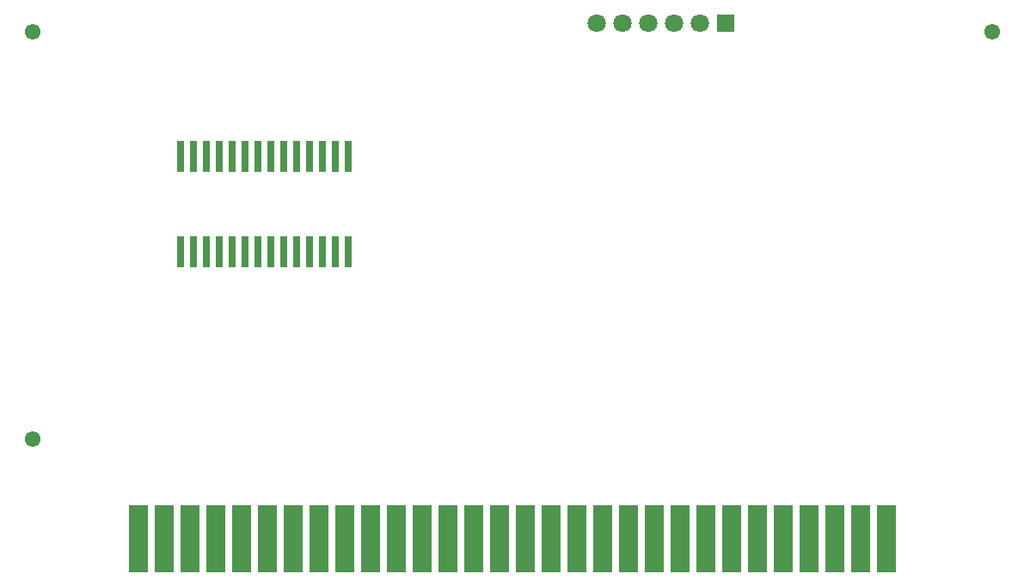
<source format=gbr>
G04 DipTrace 4.0.0.4*
G04 BottomMask.gbr*
%MOIN*%
G04 #@! TF.FileFunction,Soldermask,Bot*
G04 #@! TF.Part,Single*
%ADD22C,0.045354*%
%ADD23C,0.061102*%
%ADD49R,0.027559X0.122047*%
%ADD59C,0.070866*%
%ADD63R,0.070866X0.070866*%
%ADD65R,0.074803X0.259843*%
%FSLAX26Y26*%
G04*
G70*
G90*
G75*
G01*
G04 BotMask*
%LPD*%
D23*
X499951Y2515576D3*
D3*
D22*
D3*
D23*
X4221825D3*
D3*
D22*
D3*
D23*
X499950Y937451D3*
D3*
D22*
D3*
D65*
X912450Y549951D3*
X1012450D3*
X1112450D3*
X1212450D3*
X1312450D3*
X1412450D3*
X1512450D3*
X1612450D3*
X1712450D3*
X1812450D3*
X1912450D3*
X2012450D3*
X2112450D3*
X2212450D3*
X2312450D3*
X2412450D3*
X2512450D3*
X2612450D3*
X2712450D3*
X2812450D3*
X2912450D3*
X3012450D3*
X3112450D3*
X3212450D3*
X3312450D3*
X3412450D3*
X3512450D3*
X3612450D3*
X3712450D3*
X3812450D3*
D63*
X3187450Y2549950D3*
D59*
X3087450D3*
X2987450D3*
X2887450D3*
X2787450D3*
X2687450D3*
D49*
X1074951Y2031866D3*
X1124951D3*
X1174951D3*
X1224951D3*
X1274951D3*
X1324951D3*
X1374951D3*
X1424951D3*
X1474951D3*
X1524951D3*
X1574951D3*
X1624951D3*
X1674951D3*
X1724951D3*
Y1661787D3*
X1674951D3*
X1624951D3*
X1574951D3*
X1524951D3*
X1474951D3*
X1424951D3*
X1374951D3*
X1324951D3*
X1274951D3*
X1224951D3*
X1174951D3*
X1124951D3*
X1074951D3*
M02*

</source>
